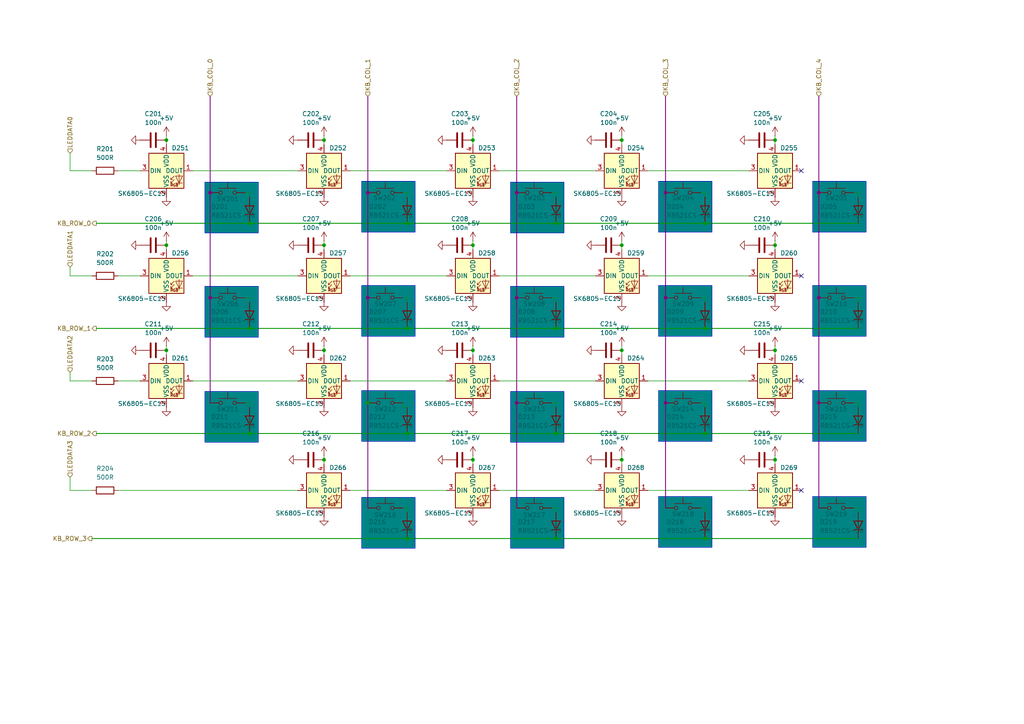
<source format=kicad_sch>
(kicad_sch (version 20250114) (generator "eeschema") (generator_version "9.0")
  (paper "A4")
  (title_block (title "Tastatur the BLE Keyboard") (date "2025-07-18") (rev "0") (company "Daniel (steewBSD)"))
  (rectangle (start 235.712 113.284) (end 251.206 128.016) (fill (type color) (color 0 132 132 1)))
  (rectangle (start 148.082 144.272) (end 163.576 159.004) (fill (type color) (color 0 132 132 1)))
  (rectangle (start 191.008 52.578) (end 206.502 67.31) (fill (type color) (color 0 132 132 1)))
  (rectangle (start 59.436 52.832) (end 74.93 67.564) (fill (type color) (color 0 132 132 1)))
  (rectangle (start 104.902 144.272) (end 120.396 159.004) (fill (type color) (color 0 132 132 1)))
  (rectangle (start 191.008 113.284) (end 206.502 128.016) (fill (type color) (color 0 132 132 1)))
  (rectangle (start 235.712 52.578) (end 251.206 67.31) (fill (type color) (color 0 132 132 1)))
  (rectangle (start 235.712 144.018) (end 251.206 158.75) (fill (type color) (color 0 132 132 1)))
  (rectangle (start 191.008 82.804) (end 206.502 97.536) (fill (type color) (color 0 132 132 1)))
  (rectangle (start 148.082 83.058) (end 163.576 97.79) (fill (type color) (color 0 132 132 1)))
  (rectangle (start 59.436 113.538) (end 74.93 128.27) (fill (type color) (color 0 132 132 1)))
  (rectangle (start 104.902 82.804) (end 120.396 97.536) (fill (type color) (color 0 132 132 1)))
  (rectangle (start 148.082 113.538) (end 163.576 128.27) (fill (type color) (color 0 132 132 1)))
  (rectangle (start 235.712 82.804) (end 251.206 97.536) (fill (type color) (color 0 132 132 1)))
  (rectangle (start 104.902 113.284) (end 120.396 128.016) (fill (type color) (color 0 132 132 1)))
  (rectangle (start 59.436 83.058) (end 74.93 97.79) (fill (type color) (color 0 132 132 1)))
  (rectangle (start 104.902 52.578) (end 120.396 67.31) (fill (type color) (color 0 132 132 1)))
  (rectangle (start 191.008 144.018) (end 206.502 158.75) (fill (type color) (color 0 132 132 1)))
  (rectangle (start 148.082 52.832) (end 163.576 67.564) (fill (type color) (color 0 132 132 1)))
  (junction (at 180.34 101.6))
  (junction (at 118.11 125.73))
  (junction (at 72.39 95.25))
  (junction (at 149.86 116.84) (color 132 0 132 1))
  (junction (at 149.86 55.88) (color 132 0 132 1))
  (junction (at 60.96 86.36) (color 132 0 132 1))
  (junction (at 72.39 125.73))
  (junction (at 137.16 101.6))
  (junction (at 118.11 156.21))
  (junction (at 237.49 86.36) (color 132 0 132 1))
  (junction (at 180.34 40.64))
  (junction (at 93.98 40.64))
  (junction (at 118.11 64.77))
  (junction (at 137.16 133.35))
  (junction (at 180.34 133.35))
  (junction (at 118.11 95.25))
  (junction (at 204.47 125.73))
  (junction (at 224.79 133.35))
  (junction (at 72.39 64.77))
  (junction (at 106.68 86.36) (color 132 0 132 1))
  (junction (at 204.47 64.77))
  (junction (at 93.98 133.35))
  (junction (at 161.29 95.25))
  (junction (at 224.79 101.6))
  (junction (at 224.79 40.64))
  (junction (at 161.29 64.77))
  (junction (at 106.68 116.84))
  (junction (at 48.26 40.64))
  (junction (at 180.34 71.12))
  (junction (at 161.29 125.73))
  (junction (at 204.47 95.25))
  (junction (at 161.29 156.21))
  (junction (at 48.26 101.6))
  (junction (at 224.79 71.12))
  (junction (at 48.26 71.12))
  (junction (at 137.16 40.64))
  (junction (at 106.68 55.88) (color 132 0 132 1))
  (junction (at 204.47 156.21))
  (junction (at 193.04 55.88) (color 132 0 132 1))
  (junction (at 193.04 116.84) (color 132 0 132 1))
  (junction (at 237.49 116.84) (color 132 0 132 1))
  (junction (at 93.98 101.6))
  (junction (at 137.16 71.12))
  (junction (at 237.49 55.88) (color 132 0 132 1))
  (junction (at 149.86 86.36) (color 132 0 132 1))
  (junction (at 93.98 71.12))
  (junction (at 193.04 86.36) (color 132 0 132 1))
  (junction (at 60.96 55.88) (color 132 0 132 1))
  (no_connect (at 232.41 142.24))
  (no_connect (at 232.41 80.01))
  (no_connect (at 232.41 110.49))
  (no_connect (at 232.41 49.53))
  (wire (pts (xy 248.92 147.32) (xy 248.92 148.59)))
  (wire (pts (xy 160.02 147.32) (xy 161.29 147.32)))
  (wire (pts (xy 160.02 86.36) (xy 161.29 86.36)))
  (wire (pts (xy 160.02 55.88) (xy 161.29 55.88)))
  (wire (pts (xy 204.47 156.21) (xy 248.92 156.21)) (stroke (width 0.254)))
  (wire (pts (xy 48.26 101.6) (xy 48.26 102.87)))
  (wire (pts (xy 149.86 116.84) (xy 149.86 147.32)) (stroke (width 0.254) (color 132 0 132 1)))
  (wire (pts (xy 137.16 39.37) (xy 137.16 40.64)))
  (wire (pts (xy 144.78 80.01) (xy 172.72 80.01)))
  (wire (pts (xy 187.96 49.53) (xy 217.17 49.53)))
  (wire (pts (xy 247.65 86.36) (xy 248.92 86.36)))
  (wire (pts (xy 93.98 132.08) (xy 93.98 133.35)))
  (wire (pts (xy 118.11 95.25) (xy 161.29 95.25)) (stroke (width 0.254)))
  (wire (pts (xy 116.84 118.11) (xy 118.11 118.11)))
  (wire (pts (xy 118.11 156.21) (xy 161.29 156.21)) (stroke (width 0.254)))
  (wire (pts (xy 20.32 49.53) (xy 26.67 49.53)))
  (wire (pts (xy 60.96 55.88) (xy 60.96 86.36)) (stroke (width 0.254) (color 132 0 132 1)))
  (wire (pts (xy 101.6 110.49) (xy 129.54 110.49)))
  (wire (pts (xy 203.2 147.32) (xy 204.47 147.32)))
  (wire (pts (xy 137.16 132.08) (xy 137.16 133.35)))
  (wire (pts (xy 137.16 71.12) (xy 137.16 72.39)))
  (wire (pts (xy 118.11 55.88) (xy 118.11 57.15)))
  (wire (pts (xy 180.34 69.85) (xy 180.34 71.12)))
  (wire (pts (xy 224.79 101.6) (xy 224.79 102.87)))
  (wire (pts (xy 48.26 71.12) (xy 48.26 72.39)))
  (wire (pts (xy 180.34 132.08) (xy 180.34 133.35)))
  (wire (pts (xy 137.16 101.6) (xy 137.16 102.87)))
  (wire (pts (xy 224.79 100.33) (xy 224.79 101.6)))
  (wire (pts (xy 93.98 133.35) (xy 93.98 134.62)))
  (wire (pts (xy 204.47 116.84) (xy 204.47 118.11)))
  (wire (pts (xy 72.39 116.84) (xy 72.39 118.11)))
  (wire (pts (xy 20.32 80.01) (xy 20.32 77.47)))
  (wire (pts (xy 247.65 147.32) (xy 248.92 147.32)))
  (wire (pts (xy 118.11 86.36) (xy 118.11 87.63)))
  (wire (pts (xy 106.68 55.88) (xy 106.68 86.36)) (stroke (width 0.254) (color 132 0 132 1)))
  (wire (pts (xy 193.04 116.84) (xy 193.04 147.32)) (stroke (width 0.254) (color 132 0 132 1)))
  (wire (pts (xy 26.67 80.01) (xy 20.32 80.01)))
  (wire (pts (xy 161.29 86.36) (xy 161.29 87.63)))
  (wire (pts (xy 55.88 80.01) (xy 86.36 80.01)))
  (wire (pts (xy 60.96 27.94) (xy 60.96 55.88)) (stroke (width 0.254) (color 132 0 132 1)))
  (wire (pts (xy 93.98 69.85) (xy 93.98 71.12)))
  (wire (pts (xy 118.11 147.32) (xy 118.11 148.59)))
  (wire (pts (xy 247.65 55.88) (xy 248.92 55.88)))
  (wire (pts (xy 116.84 116.84) (xy 116.84 118.11)))
  (wire (pts (xy 93.98 100.33) (xy 93.98 101.6)))
  (wire (pts (xy 161.29 116.84) (xy 161.29 118.11)))
  (wire (pts (xy 93.98 40.64) (xy 93.98 41.91)))
  (wire (pts (xy 247.65 116.84) (xy 248.92 116.84)))
  (wire (pts (xy 116.84 55.88) (xy 118.11 55.88)))
  (wire (pts (xy 180.34 71.12) (xy 180.34 72.39)))
  (wire (pts (xy 48.26 40.64) (xy 48.26 41.91)))
  (wire (pts (xy 161.29 156.21) (xy 204.47 156.21)) (stroke (width 0.254)))
  (wire (pts (xy 161.29 147.32) (xy 161.29 148.59)))
  (wire (pts (xy 60.96 86.36) (xy 60.96 116.84)) (stroke (width 0.254) (color 132 0 132 1)))
  (wire (pts (xy 72.39 64.77) (xy 118.11 64.77)) (stroke (width 0.254)))
  (wire (pts (xy 203.2 116.84) (xy 204.47 116.84)))
  (wire (pts (xy 48.26 100.33) (xy 48.26 101.6)))
  (wire (pts (xy 72.39 86.36) (xy 72.39 87.63)))
  (wire (pts (xy 237.49 86.36) (xy 237.49 116.84)) (stroke (width 0.254) (color 132 0 132 1)))
  (wire (pts (xy 180.34 133.35) (xy 180.34 134.62)))
  (wire (pts (xy 224.79 69.85) (xy 224.79 71.12)))
  (wire (pts (xy 93.98 101.6) (xy 93.98 102.87)))
  (wire (pts (xy 224.79 40.64) (xy 224.79 41.91)))
  (wire (pts (xy 93.98 71.12) (xy 93.98 72.39)))
  (wire (pts (xy 116.84 147.32) (xy 118.11 147.32)))
  (wire (pts (xy 204.47 95.25) (xy 248.92 95.25)) (stroke (width 0.254)))
  (wire (pts (xy 55.88 110.49) (xy 86.36 110.49)))
  (wire (pts (xy 137.16 40.64) (xy 137.16 41.91)))
  (wire (pts (xy 20.32 44.45) (xy 20.32 49.53)))
  (wire (pts (xy 27.94 125.73) (xy 72.39 125.73)) (stroke (width 0.254)))
  (wire (pts (xy 72.39 55.88) (xy 72.39 57.15)))
  (wire (pts (xy 106.68 86.36) (xy 106.68 116.84)) (stroke (width 0.254) (color 132 0 132 1)))
  (wire (pts (xy 93.98 39.37) (xy 93.98 40.64)))
  (wire (pts (xy 137.16 133.35) (xy 137.16 134.62)))
  (wire (pts (xy 27.94 95.25) (xy 72.39 95.25)) (stroke (width 0.254)))
  (wire (pts (xy 20.32 138.43) (xy 20.32 142.24)))
  (wire (pts (xy 187.96 142.24) (xy 217.17 142.24)))
  (wire (pts (xy 137.16 100.33) (xy 137.16 101.6)))
  (wire (pts (xy 34.29 110.49) (xy 40.64 110.49)))
  (wire (pts (xy 144.78 142.24) (xy 172.72 142.24)))
  (wire (pts (xy 116.84 86.36) (xy 118.11 86.36)))
  (wire (pts (xy 26.67 156.21) (xy 118.11 156.21)) (stroke (width 0.254)))
  (wire (pts (xy 161.29 125.73) (xy 204.47 125.73)) (stroke (width 0.254)))
  (wire (pts (xy 161.29 55.88) (xy 161.29 57.15)))
  (wire (pts (xy 34.29 49.53) (xy 40.64 49.53)))
  (wire (pts (xy 224.79 71.12) (xy 224.79 72.39)))
  (wire (pts (xy 55.88 49.53) (xy 86.36 49.53)))
  (wire (pts (xy 34.29 80.01) (xy 40.64 80.01)))
  (wire (pts (xy 204.47 55.88) (xy 204.47 57.15)))
  (wire (pts (xy 48.26 69.85) (xy 48.26 71.12)))
  (wire (pts (xy 180.34 100.33) (xy 180.34 101.6)))
  (wire (pts (xy 101.6 80.01) (xy 129.54 80.01)))
  (wire (pts (xy 160.02 116.84) (xy 161.29 116.84)))
  (wire (pts (xy 72.39 95.25) (xy 118.11 95.25)) (stroke (width 0.254)))
  (wire (pts (xy 224.79 133.35) (xy 224.79 134.62)))
  (wire (pts (xy 26.67 110.49) (xy 20.32 110.49)))
  (wire (pts (xy 204.47 64.77) (xy 248.92 64.77)) (stroke (width 0.254)))
  (wire (pts (xy 237.49 55.88) (xy 237.49 86.36)) (stroke (width 0.254) (color 132 0 132 1)))
  (wire (pts (xy 203.2 55.88) (xy 204.47 55.88)))
  (wire (pts (xy 237.49 27.94) (xy 237.49 55.88)) (stroke (width 0.254) (color 132 0 132 1)))
  (wire (pts (xy 137.16 69.85) (xy 137.16 71.12)))
  (wire (pts (xy 224.79 39.37) (xy 224.79 40.64)))
  (wire (pts (xy 187.96 110.49) (xy 217.17 110.49)))
  (wire (pts (xy 72.39 125.73) (xy 118.11 125.73)) (stroke (width 0.254)))
  (wire (pts (xy 149.86 55.88) (xy 149.86 86.36)) (stroke (width 0.254) (color 132 0 132 1)))
  (wire (pts (xy 248.92 116.84) (xy 248.92 118.11)))
  (wire (pts (xy 118.11 125.73) (xy 161.29 125.73)) (stroke (width 0.254)))
  (wire (pts (xy 180.34 40.64) (xy 180.34 41.91)))
  (wire (pts (xy 193.04 55.88) (xy 193.04 86.36)) (stroke (width 0.254) (color 132 0 132 1)))
  (wire (pts (xy 149.86 86.36) (xy 149.86 116.84)) (stroke (width 0.254) (color 132 0 132 1)))
  (wire (pts (xy 224.79 132.08) (xy 224.79 133.35)))
  (wire (pts (xy 180.34 101.6) (xy 180.34 102.87)))
  (wire (pts (xy 237.49 116.84) (xy 237.49 147.32)) (stroke (width 0.254) (color 132 0 132 1)))
  (wire (pts (xy 161.29 95.25) (xy 204.47 95.25)) (stroke (width 0.254)))
  (wire (pts (xy 204.47 147.32) (xy 204.47 148.59)))
  (wire (pts (xy 187.96 80.01) (xy 217.17 80.01)))
  (wire (pts (xy 161.29 64.77) (xy 204.47 64.77)) (stroke (width 0.254)))
  (wire (pts (xy 71.12 55.88) (xy 72.39 55.88)))
  (wire (pts (xy 193.04 27.94) (xy 193.04 55.88)) (stroke (width 0.254) (color 132 0 132 1)))
  (wire (pts (xy 248.92 86.36) (xy 248.92 87.63)))
  (wire (pts (xy 20.32 110.49) (xy 20.32 107.95)))
  (wire (pts (xy 48.26 39.37) (xy 48.26 40.64)))
  (wire (pts (xy 71.12 86.36) (xy 72.39 86.36)))
  (wire (pts (xy 106.68 27.94) (xy 106.68 55.88)) (stroke (width 0.254) (color 132 0 132 1)))
  (wire (pts (xy 106.68 116.84) (xy 106.68 147.32)) (stroke (width 0.254) (color 132 0 132 1)))
  (wire (pts (xy 101.6 142.24) (xy 129.54 142.24)))
  (wire (pts (xy 27.94 64.77) (xy 72.39 64.77)) (stroke (width 0.254)))
  (wire (pts (xy 118.11 64.77) (xy 161.29 64.77)) (stroke (width 0.254)))
  (wire (pts (xy 203.2 86.36) (xy 204.47 86.36)))
  (wire (pts (xy 193.04 86.36) (xy 193.04 116.84)) (stroke (width 0.254) (color 132 0 132 1)))
  (wire (pts (xy 180.34 39.37) (xy 180.34 40.64)))
  (wire (pts (xy 144.78 49.53) (xy 172.72 49.53)))
  (wire (pts (xy 204.47 86.36) (xy 204.47 87.63)))
  (wire (pts (xy 144.78 110.49) (xy 172.72 110.49)))
  (wire (pts (xy 149.86 27.94) (xy 149.86 55.88)) (stroke (width 0.254) (color 132 0 132 1)))
  (wire (pts (xy 101.6 49.53) (xy 129.54 49.53)))
  (wire (pts (xy 34.29 142.24) (xy 86.36 142.24)))
  (wire (pts (xy 20.32 142.24) (xy 26.67 142.24)))
  (wire (pts (xy 204.47 125.73) (xy 248.92 125.73)) (stroke (width 0.254)))
  (wire (pts (xy 71.12 116.84) (xy 72.39 116.84)))
  (wire (pts (xy 248.92 55.88) (xy 248.92 57.15)))
  (hierarchical_label "KB_COL_0" (shape input) (at 60.96 27.94 90))
  (hierarchical_label "KB_COL_1" (shape input) (at 106.68 27.94 90))
  (hierarchical_label "KB_COL_3" (shape input) (at 193.04 27.94 90))
  (hierarchical_label "KB_COL_2" (shape input) (at 149.86 27.94 90))
  (hierarchical_label "LEDDATA1" (shape input) (at 20.32 77.47 90))
  (hierarchical_label "KB_ROW_2" (shape output) (at 27.94 125.73 180))
  (hierarchical_label "KB_ROW_1" (shape output) (at 27.94 95.25 180))
  (hierarchical_label "LEDDATA2" (shape input) (at 20.32 107.95 90))
  (hierarchical_label "KB_ROW_3" (shape output) (at 26.67 156.21 180))
  (hierarchical_label "LEDDATA3" (shape input) (at 20.32 138.43 90))
  (hierarchical_label "KB_ROW_0" (shape output) (at 27.94 64.77 180))
  (hierarchical_label "LEDDATA0" (shape input) (at 20.32 44.45 90))
  (hierarchical_label "KB_COL_4" (shape input) (at 237.49 27.94 90))
  (symbol (lib_id "Diode:CD4148W") (at 248.92 91.44 90) (unit 1)
    (property "Reference" "D210" (at 237.744 90.424 90) (effects (justify right)))
    (property "Value" "RB521CS-30" (at 237.744 92.964 90) (effects (justify right)))
    (property "Footprint" "Diode_SMD:D_SOD-923" (effects (hide yes)))
    (property "Sim.Device" "D" (effects (hide yes)))
    (property "Sim.Pins" "1=K 2=A" (effects (hide yes)))
  )
  (symbol (lib_id "Diode:CD4148W") (at 118.11 60.96 90) (unit 1)
    (property "Reference" "D202" (at 106.934 59.944 90) (effects (justify right)))
    (property "Value" "RB521CS-30" (at 106.934 62.484 90) (effects (justify right)))
    (property "Footprint" "Diode_SMD:D_SOD-923" (effects (hide yes)))
    (property "Sim.Device" "D" (effects (hide yes)))
    (property "Sim.Pins" "1=K 2=A" (effects (hide yes)))
  )
  (symbol (lib_id "power:GND") (at 217.17 71.12 270) (unit 1)
    (property "Reference" "#PWR0225" (effects (hide yes)))
    (property "Value" "GND" (effects (hide yes)))
    (property "Description" "Power symbol creates a global label with name \"GND\" , ground" (effects (hide yes)))
  )
  (symbol (lib_id "Switch:SW_Push") (at 242.57 55.88 0) (unit 1)
    (property "Reference" "SW205" (at 242.57 57.404 0))
    (property "Value" "SW_Push" (effects (hide yes)))
    (property "Footprint" "PCM_Switch_Keyboard_Cherry_MX:SW_Cherry_MX_PCB_1.00u" (effects (hide yes)))
    (property "Description" "Push button switch, generic, two pins" (effects (hide yes)))
  )
  (symbol (lib_id "Diode:CD4148W") (at 161.29 60.96 90) (unit 1)
    (property "Reference" "D203" (at 150.114 59.944 90) (effects (justify right)))
    (property "Value" "RB521CS-30" (at 150.114 62.484 90) (effects (justify right)))
    (property "Footprint" "Diode_SMD:D_SOD-923" (effects (hide yes)))
    (property "Sim.Device" "D" (effects (hide yes)))
    (property "Sim.Pins" "1=K 2=A" (effects (hide yes)))
  )
  (symbol (lib_id "Device:R") (at 30.48 49.53 90) (unit 1)
    (property "Reference" "R201" (at 30.48 43.18 90))
    (property "Value" "500R" (at 30.48 45.72 90))
    (property "Footprint" "Resistor_SMD:R_0603_1608Metric_Pad0.98x0.95mm_HandSolder" (effects (hide yes)))
    (property "Description" "Resistor" (effects (hide yes)))
  )
  (symbol (lib_id "power:+5V") (at 224.79 39.37 0) (unit 1)
    (property "Reference" "#PWR0205" (effects (hide yes)))
    (property "Value" "+5V" (at 224.79 34.29 0))
    (property "Description" "Power symbol creates a global label with name \"+5V\"" (effects (hide yes)))
  )
  (symbol (lib_id "Device:R") (at 30.48 110.49 90) (unit 1)
    (property "Reference" "R203" (at 30.48 104.14 90))
    (property "Value" "500R" (at 30.48 106.68 90))
    (property "Footprint" "Resistor_SMD:R_0603_1608Metric_Pad0.98x0.95mm_HandSolder" (effects (hide yes)))
    (property "Description" "Resistor" (effects (hide yes)))
  )
  (symbol (lib_id "LED:SK6805") (at 93.98 110.49 0) (unit 1)
    (property "Reference" "D262" (at 98.044 103.886 0))
    (property "Value" "SK6805-EC15" (at 86.868 117.094 0))
    (property "Footprint" "LED_SMD:LED_SK6812_EC15_1.5x1.5mm" (effects (hide yes)))
    (property "Datasheet" "https://cdn-shop.adafruit.com/datasheets/WS2812B.pdf" (effects (hide yes)))
    (property "Description" "RGB LED with integrated controller" (effects (hide yes)))
    (property "PN" "SK6805-EC15" (effects (hide yes)))
    (property "LCSC" "C2890035" (effects (hide yes)))
  )
  (symbol (lib_id "power:GND") (at 86.36 133.35 270) (unit 1)
    (property "Reference" "#PWR0250" (effects (hide yes)))
    (property "Value" "GND" (effects (hide yes)))
    (property "Description" "Power symbol creates a global label with name \"GND\" , ground" (effects (hide yes)))
  )
  (symbol (lib_id "power:GND") (at 40.64 101.6 270) (unit 1)
    (property "Reference" "#PWR0236" (effects (hide yes)))
    (property "Value" "GND" (effects (hide yes)))
    (property "Description" "Power symbol creates a global label with name \"GND\" , ground" (effects (hide yes)))
  )
  (symbol (lib_id "power:GND") (at 137.16 87.63 0) (unit 1)
    (property "Reference" "#PWR0228" (effects (hide yes)))
    (property "Value" "GND" (effects (hide yes)))
    (property "Description" "Power symbol creates a global label with name \"GND\" , ground" (effects (hide yes)))
  )
  (symbol (lib_id "LED:SK6805") (at 137.16 49.53 0) (unit 1)
    (property "Reference" "D253" (at 141.224 42.926 0))
    (property "Value" "SK6805-EC15" (at 130.048 56.134 0))
    (property "Footprint" "LED_SMD:LED_SK6812_EC15_1.5x1.5mm" (effects (hide yes)))
    (property "Datasheet" "https://cdn-shop.adafruit.com/datasheets/WS2812B.pdf" (effects (hide yes)))
    (property "Description" "RGB LED with integrated controller" (effects (hide yes)))
    (property "PN" "SK6805-EC15" (effects (hide yes)))
    (property "LCSC" "C2890035" (effects (hide yes)))
  )
  (symbol (lib_id "power:+5V") (at 137.16 69.85 0) (unit 1)
    (property "Reference" "#PWR0218" (effects (hide yes)))
    (property "Value" "+5V" (at 137.16 64.77 0))
    (property "Description" "Power symbol creates a global label with name \"+5V\"" (effects (hide yes)))
  )
  (symbol (lib_id "Device:C") (at 133.35 71.12 90) (unit 1)
    (property "Reference" "C208" (at 133.35 63.5 90))
    (property "Value" "100n" (at 133.35 66.04 90))
    (property "Footprint" "Capacitor_SMD:C_0603_1608Metric_Pad1.08x0.95mm_HandSolder" (effects (hide yes)))
    (property "Description" "Unpolarized capacitor" (effects (hide yes)))
  )
  (symbol (lib_id "power:GND") (at 224.79 149.86 0) (unit 1)
    (property "Reference" "#PWR0257" (effects (hide yes)))
    (property "Value" "GND" (effects (hide yes)))
    (property "Description" "Power symbol creates a global label with name \"GND\" , ground" (effects (hide yes)))
  )
  (symbol (lib_id "power:GND") (at 180.34 87.63 0) (unit 1)
    (property "Reference" "#PWR0229" (effects (hide yes)))
    (property "Value" "GND" (effects (hide yes)))
    (property "Description" "Power symbol creates a global label with name \"GND\" , ground" (effects (hide yes)))
  )
  (symbol (lib_id "LED:SK6805") (at 137.16 142.24 0) (unit 1)
    (property "Reference" "D267" (at 141.224 135.636 0))
    (property "Value" "SK6805-EC15" (at 130.048 148.844 0))
    (property "Footprint" "LED_SMD:LED_SK6812_EC15_1.5x1.5mm" (effects (hide yes)))
    (property "Datasheet" "https://cdn-shop.adafruit.com/datasheets/WS2812B.pdf" (effects (hide yes)))
    (property "Description" "RGB LED with integrated controller" (effects (hide yes)))
    (property "PN" "SK6805-EC15" (effects (hide yes)))
    (property "LCSC" "C2890035" (effects (hide yes)))
  )
  (symbol (lib_id "LED:SK6805") (at 137.16 110.49 0) (unit 1)
    (property "Reference" "D263" (at 141.224 103.886 0))
    (property "Value" "SK6805-EC15" (at 130.048 117.094 0))
    (property "Footprint" "LED_SMD:LED_SK6812_EC15_1.5x1.5mm" (effects (hide yes)))
    (property "Datasheet" "https://cdn-shop.adafruit.com/datasheets/WS2812B.pdf" (effects (hide yes)))
    (property "Description" "RGB LED with integrated controller" (effects (hide yes)))
    (property "PN" "SK6805-EC15" (effects (hide yes)))
    (property "LCSC" "C2890035" (effects (hide yes)))
  )
  (symbol (lib_id "power:GND") (at 137.16 118.11 0) (unit 1)
    (property "Reference" "#PWR0243" (effects (hide yes)))
    (property "Value" "GND" (effects (hide yes)))
    (property "Description" "Power symbol creates a global label with name \"GND\" , ground" (effects (hide yes)))
  )
  (symbol (lib_id "Switch:SW_Push") (at 111.76 55.88 0) (unit 1)
    (property "Reference" "SW202" (at 111.506 57.404 0))
    (property "Value" "SW_Push" (effects (hide yes)))
    (property "Footprint" "PCM_Switch_Keyboard_Cherry_MX:SW_Cherry_MX_PCB_1.00u" (effects (hide yes)))
    (property "Description" "Push button switch, generic, two pins" (effects (hide yes)))
  )
  (symbol (lib_id "LED:SK6805") (at 48.26 110.49 0) (unit 1)
    (property "Reference" "D261" (at 52.324 103.886 0))
    (property "Value" "SK6805-EC15" (at 41.148 117.094 0))
    (property "Footprint" "LED_SMD:LED_SK6812_EC15_1.5x1.5mm" (effects (hide yes)))
    (property "Datasheet" "https://cdn-shop.adafruit.com/datasheets/WS2812B.pdf" (effects (hide yes)))
    (property "Description" "RGB LED with integrated controller" (effects (hide yes)))
    (property "PN" "SK6805-EC15" (effects (hide yes)))
    (property "LCSC" "C2890035" (effects (hide yes)))
  )
  (symbol (lib_id "Diode:CD4148W") (at 204.47 152.4 90) (unit 1)
    (property "Reference" "D218" (at 193.294 151.384 90) (effects (justify right)))
    (property "Value" "RB521CS-30" (at 193.294 153.924 90) (effects (justify right)))
    (property "Footprint" "Diode_SMD:D_SOD-923" (effects (hide yes)))
    (property "Sim.Device" "D" (effects (hide yes)))
    (property "Sim.Pins" "1=K 2=A" (effects (hide yes)))
  )
  (symbol (lib_id "Switch:SW_Push") (at 154.94 147.32 0) (unit 1)
    (property "Reference" "SW217" (at 154.94 149.352 0))
    (property "Value" "SW_Push" (effects (hide yes)))
    (property "Footprint" "PCM_Switch_Keyboard_Cherry_MX:SW_Cherry_MX_PCB_1.00u" (effects (hide yes)))
    (property "Description" "Push button switch, generic, two pins" (effects (hide yes)))
  )
  (symbol (lib_id "LED:SK6805") (at 180.34 49.53 0) (unit 1)
    (property "Reference" "D254" (at 184.404 42.926 0))
    (property "Value" "SK6805-EC15" (at 173.228 56.134 0))
    (property "Footprint" "LED_SMD:LED_SK6812_EC15_1.5x1.5mm" (effects (hide yes)))
    (property "Datasheet" "https://cdn-shop.adafruit.com/datasheets/WS2812B.pdf" (effects (hide yes)))
    (property "Description" "RGB LED with integrated controller" (effects (hide yes)))
    (property "PN" "SK6805-EC15" (effects (hide yes)))
    (property "LCSC" "C2890035" (effects (hide yes)))
  )
  (symbol (lib_id "Device:R") (at 30.48 80.01 90) (unit 1)
    (property "Reference" "R202" (at 30.48 73.66 90))
    (property "Value" "500R" (at 30.48 76.2 90))
    (property "Footprint" "Resistor_SMD:R_0603_1608Metric_Pad0.98x0.95mm_HandSolder" (effects (hide yes)))
    (property "Description" "Resistor" (effects (hide yes)))
  )
  (symbol (lib_id "Switch:SW_Push") (at 242.57 86.36 0) (unit 1)
    (property "Reference" "SW210" (at 242.57 88.138 0))
    (property "Value" "SW_Push" (effects (hide yes)))
    (property "Footprint" "PCM_Switch_Keyboard_Cherry_MX:SW_Cherry_MX_PCB_1.00u" (effects (hide yes)))
    (property "Description" "Push button switch, generic, two pins" (effects (hide yes)))
  )
  (symbol (lib_id "Switch:SW_Push") (at 198.12 147.32 0) (unit 1)
    (property "Reference" "SW218" (at 198.12 149.098 0))
    (property "Value" "SW_Push" (effects (hide yes)))
    (property "Footprint" "PCM_Switch_Keyboard_Cherry_MX:SW_Cherry_MX_PCB_1.00u" (effects (hide yes)))
    (property "Description" "Push button switch, generic, two pins" (effects (hide yes)))
  )
  (symbol (lib_id "power:GND") (at 48.26 87.63 0) (unit 1)
    (property "Reference" "#PWR0226" (effects (hide yes)))
    (property "Value" "GND" (effects (hide yes)))
    (property "Description" "Power symbol creates a global label with name \"GND\" , ground" (effects (hide yes)))
  )
  (symbol (lib_id "power:GND") (at 48.26 118.11 0) (unit 1)
    (property "Reference" "#PWR0241" (effects (hide yes)))
    (property "Value" "GND" (effects (hide yes)))
    (property "Description" "Power symbol creates a global label with name \"GND\" , ground" (effects (hide yes)))
  )
  (symbol (lib_id "power:+5V") (at 137.16 100.33 0) (unit 1)
    (property "Reference" "#PWR0233" (effects (hide yes)))
    (property "Value" "+5V" (at 137.16 95.25 0))
    (property "Description" "Power symbol creates a global label with name \"+5V\"" (effects (hide yes)))
  )
  (symbol (lib_id "power:GND") (at 40.64 71.12 270) (unit 1)
    (property "Reference" "#PWR0221" (effects (hide yes)))
    (property "Value" "GND" (effects (hide yes)))
    (property "Description" "Power symbol creates a global label with name \"GND\" , ground" (effects (hide yes)))
  )
  (symbol (lib_id "power:GND") (at 217.17 40.64 270) (unit 1)
    (property "Reference" "#PWR0210" (effects (hide yes)))
    (property "Value" "GND" (effects (hide yes)))
    (property "Description" "Power symbol creates a global label with name \"GND\" , ground" (effects (hide yes)))
  )
  (symbol (lib_id "power:GND") (at 217.17 101.6 270) (unit 1)
    (property "Reference" "#PWR0240" (effects (hide yes)))
    (property "Value" "GND" (effects (hide yes)))
    (property "Description" "Power symbol creates a global label with name \"GND\" , ground" (effects (hide yes)))
  )
  (symbol (lib_id "power:GND") (at 180.34 149.86 0) (unit 1)
    (property "Reference" "#PWR0256" (effects (hide yes)))
    (property "Value" "GND" (effects (hide yes)))
    (property "Description" "Power symbol creates a global label with name \"GND\" , ground" (effects (hide yes)))
  )
  (symbol (lib_id "Switch:SW_Push") (at 154.94 116.84 0) (unit 1)
    (property "Reference" "SW213" (at 154.94 118.618 0))
    (property "Value" "SW_Push" (effects (hide yes)))
    (property "Footprint" "PCM_Switch_Keyboard_Cherry_MX:SW_Cherry_MX_PCB_1.00u" (effects (hide yes)))
    (property "Description" "Push button switch, generic, two pins" (effects (hide yes)))
  )
  (symbol (lib_id "LED:SK6805") (at 93.98 49.53 0) (unit 1)
    (property "Reference" "D252" (at 98.044 42.926 0))
    (property "Value" "SK6805-EC15" (at 86.868 56.134 0))
    (property "Footprint" "LED_SMD:LED_SK6812_EC15_1.5x1.5mm" (effects (hide yes)))
    (property "Datasheet" "https://cdn-shop.adafruit.com/datasheets/WS2812B.pdf" (effects (hide yes)))
    (property "Description" "RGB LED with integrated controller" (effects (hide yes)))
    (property "PN" "SK6805-EC15" (effects (hide yes)))
    (property "LCSC" "C2890035" (effects (hide yes)))
  )
  (symbol (lib_id "Device:C") (at 44.45 40.64 90) (unit 1)
    (property "Reference" "C201" (at 44.45 33.02 90))
    (property "Value" "100n" (at 44.45 35.56 90))
    (property "Footprint" "Capacitor_SMD:C_0603_1608Metric_Pad1.08x0.95mm_HandSolder" (effects (hide yes)))
    (property "Description" "Unpolarized capacitor" (effects (hide yes)))
  )
  (symbol (lib_id "Device:C") (at 176.53 101.6 90) (unit 1)
    (property "Reference" "C214" (at 176.53 93.98 90))
    (property "Value" "100n" (at 176.53 96.52 90))
    (property "Footprint" "Capacitor_SMD:C_0603_1608Metric_Pad1.08x0.95mm_HandSolder" (effects (hide yes)))
    (property "Description" "Unpolarized capacitor" (effects (hide yes)))
  )
  (symbol (lib_id "power:GND") (at 48.26 57.15 0) (unit 1)
    (property "Reference" "#PWR0211" (effects (hide yes)))
    (property "Value" "GND" (effects (hide yes)))
    (property "Description" "Power symbol creates a global label with name \"GND\" , ground" (effects (hide yes)))
  )
  (symbol (lib_id "LED:SK6805") (at 93.98 80.01 0) (unit 1)
    (property "Reference" "D257" (at 98.044 73.406 0))
    (property "Value" "SK6805-EC15" (at 86.868 86.614 0))
    (property "Footprint" "LED_SMD:LED_SK6812_EC15_1.5x1.5mm" (effects (hide yes)))
    (property "Datasheet" "https://cdn-shop.adafruit.com/datasheets/WS2812B.pdf" (effects (hide yes)))
    (property "Description" "RGB LED with integrated controller" (effects (hide yes)))
    (property "PN" "SK6805-EC15" (effects (hide yes)))
    (property "LCSC" "C2890035" (effects (hide yes)))
  )
  (symbol (lib_id "power:GND") (at 93.98 118.11 0) (unit 1)
    (property "Reference" "#PWR0242" (effects (hide yes)))
    (property "Value" "GND" (effects (hide yes)))
    (property "Description" "Power symbol creates a global label with name \"GND\" , ground" (effects (hide yes)))
  )
  (symbol (lib_id "LED:SK6805") (at 224.79 110.49 0) (unit 1)
    (property "Reference" "D265" (at 228.854 103.886 0))
    (property "Value" "SK6805-EC15" (at 217.678 117.094 0))
    (property "Footprint" "LED_SMD:LED_SK6812_EC15_1.5x1.5mm" (effects (hide yes)))
    (property "Datasheet" "https://cdn-shop.adafruit.com/datasheets/WS2812B.pdf" (effects (hide yes)))
    (property "Description" "RGB LED with integrated controller" (effects (hide yes)))
    (property "PN" "SK6805-EC15" (effects (hide yes)))
    (property "LCSC" "C2890035" (effects (hide yes)))
  )
  (symbol (lib_id "power:GND") (at 180.34 57.15 0) (unit 1)
    (property "Reference" "#PWR0214" (effects (hide yes)))
    (property "Value" "GND" (effects (hide yes)))
    (property "Description" "Power symbol creates a global label with name \"GND\" , ground" (effects (hide yes)))
  )
  (symbol (lib_id "Diode:CD4148W") (at 248.92 121.92 90) (unit 1)
    (property "Reference" "D215" (at 237.744 120.904 90) (effects (justify right)))
    (property "Value" "RB521CS-30" (at 237.744 123.444 90) (effects (justify right)))
    (property "Footprint" "Diode_SMD:D_SOD-923" (effects (hide yes)))
    (property "Sim.Device" "D" (effects (hide yes)))
    (property "Sim.Pins" "1=K 2=A" (effects (hide yes)))
  )
  (symbol (lib_id "Diode:CD4148W") (at 204.47 121.92 90) (unit 1)
    (property "Reference" "D214" (at 193.294 120.904 90) (effects (justify right)))
    (property "Value" "RB521CS-30" (at 193.294 123.444 90) (effects (justify right)))
    (property "Footprint" "Diode_SMD:D_SOD-923" (effects (hide yes)))
    (property "Sim.Device" "D" (effects (hide yes)))
    (property "Sim.Pins" "1=K 2=A" (effects (hide yes)))
  )
  (symbol (lib_id "power:GND") (at 40.64 40.64 270) (unit 1)
    (property "Reference" "#PWR0206" (effects (hide yes)))
    (property "Value" "GND" (effects (hide yes)))
    (property "Description" "Power symbol creates a global label with name \"GND\" , ground" (effects (hide yes)))
  )
  (symbol (lib_id "LED:SK6805") (at 224.79 80.01 0) (unit 1)
    (property "Reference" "D260" (at 228.854 73.406 0))
    (property "Value" "SK6805-EC15" (at 217.678 86.614 0))
    (property "Footprint" "LED_SMD:LED_SK6812_EC15_1.5x1.5mm" (effects (hide yes)))
    (property "Datasheet" "https://cdn-shop.adafruit.com/datasheets/WS2812B.pdf" (effects (hide yes)))
    (property "Description" "RGB LED with integrated controller" (effects (hide yes)))
    (property "PN" "SK6805-EC15" (effects (hide yes)))
    (property "LCSC" "C2890035" (effects (hide yes)))
  )
  (symbol (lib_id "Diode:CD4148W") (at 161.29 91.44 90) (unit 1)
    (property "Reference" "D208" (at 150.114 90.424 90) (effects (justify right)))
    (property "Value" "RB521CS-30" (at 150.114 92.964 90) (effects (justify right)))
    (property "Footprint" "Diode_SMD:D_SOD-923" (effects (hide yes)))
    (property "Sim.Device" "D" (effects (hide yes)))
    (property "Sim.Pins" "1=K 2=A" (effects (hide yes)))
  )
  (symbol (lib_id "power:+5V") (at 224.79 69.85 0) (unit 1)
    (property "Reference" "#PWR0220" (effects (hide yes)))
    (property "Value" "+5V" (at 224.79 64.77 0))
    (property "Description" "Power symbol creates a global label with name \"+5V\"" (effects (hide yes)))
  )
  (symbol (lib_id "power:+5V") (at 180.34 132.08 0) (unit 1)
    (property "Reference" "#PWR0248" (effects (hide yes)))
    (property "Value" "+5V" (at 180.34 127 0))
    (property "Description" "Power symbol creates a global label with name \"+5V\"" (effects (hide yes)))
  )
  (symbol (lib_id "Switch:SW_Push") (at 198.12 55.88 0) (unit 1)
    (property "Reference" "SW204" (at 198.12 57.404 0))
    (property "Value" "SW_Push" (effects (hide yes)))
    (property "Footprint" "PCM_Switch_Keyboard_Cherry_MX:SW_Cherry_MX_PCB_1.00u" (effects (hide yes)))
    (property "Description" "Push button switch, generic, two pins" (effects (hide yes)))
  )
  (symbol (lib_id "Switch:SW_Push") (at 66.04 116.84 0) (unit 1)
    (property "Reference" "SW211" (at 66.04 118.618 0))
    (property "Value" "SW_Push" (effects (hide yes)))
    (property "Footprint" "PCM_Switch_Keyboard_Cherry_MX:SW_Cherry_MX_PCB_1.00u" (effects (hide yes)))
    (property "Description" "Push button switch, generic, two pins" (effects (hide yes)))
  )
  (symbol (lib_id "power:+5V") (at 48.26 69.85 0) (unit 1)
    (property "Reference" "#PWR0216" (effects (hide yes)))
    (property "Value" "+5V" (at 48.26 64.77 0))
    (property "Description" "Power symbol creates a global label with name \"+5V\"" (effects (hide yes)))
  )
  (symbol (lib_id "Diode:CD4148W") (at 118.11 91.44 90) (unit 1)
    (property "Reference" "D207" (at 106.934 90.424 90) (effects (justify right)))
    (property "Value" "RB521CS-30" (at 106.934 92.964 90) (effects (justify right)))
    (property "Footprint" "Diode_SMD:D_SOD-923" (effects (hide yes)))
    (property "Sim.Device" "D" (effects (hide yes)))
    (property "Sim.Pins" "1=K 2=A" (effects (hide yes)))
  )
  (symbol (lib_id "power:GND") (at 180.34 118.11 0) (unit 1)
    (property "Reference" "#PWR0244" (effects (hide yes)))
    (property "Value" "GND" (effects (hide yes)))
    (property "Description" "Power symbol creates a global label with name \"GND\" , ground" (effects (hide yes)))
  )
  (symbol (lib_id "power:+5V") (at 137.16 39.37 0) (unit 1)
    (property "Reference" "#PWR0203" (effects (hide yes)))
    (property "Value" "+5V" (at 137.16 34.29 0))
    (property "Description" "Power symbol creates a global label with name \"+5V\"" (effects (hide yes)))
  )
  (symbol (lib_id "Device:C") (at 90.17 71.12 90) (unit 1)
    (property "Reference" "C207" (at 90.17 63.5 90))
    (property "Value" "100n" (at 90.17 66.04 90))
    (property "Footprint" "Capacitor_SMD:C_0603_1608Metric_Pad1.08x0.95mm_HandSolder" (effects (hide yes)))
    (property "Description" "Unpolarized capacitor" (effects (hide yes)))
  )
  (symbol (lib_id "Switch:SW_Push") (at 154.94 86.36 0) (unit 1)
    (property "Reference" "SW208" (at 154.94 88.138 0))
    (property "Value" "SW_Push" (effects (hide yes)))
    (property "Footprint" "PCM_Switch_Keyboard_Cherry_MX:SW_Cherry_MX_PCB_1.00u" (effects (hide yes)))
    (property "Description" "Push button switch, generic, two pins" (effects (hide yes)))
  )
  (symbol (lib_id "LED:SK6805") (at 48.26 80.01 0) (unit 1)
    (property "Reference" "D256" (at 52.324 73.406 0))
    (property "Value" "SK6805-EC15" (at 41.148 86.614 0))
    (property "Footprint" "LED_SMD:LED_SK6812_EC15_1.5x1.5mm" (effects (hide yes)))
    (property "Datasheet" "https://cdn-shop.adafruit.com/datasheets/WS2812B.pdf" (effects (hide yes)))
    (property "Description" "RGB LED with integrated controller" (effects (hide yes)))
    (property "PN" "SK6805-EC15" (effects (hide yes)))
    (property "LCSC" "C2890035" (effects (hide yes)))
  )
  (symbol (lib_id "LED:SK6805") (at 180.34 80.01 0) (unit 1)
    (property "Reference" "D259" (at 184.404 73.406 0))
    (property "Value" "SK6805-EC15" (at 173.228 86.614 0))
    (property "Footprint" "LED_SMD:LED_SK6812_EC15_1.5x1.5mm" (effects (hide yes)))
    (property "Datasheet" "https://cdn-shop.adafruit.com/datasheets/WS2812B.pdf" (effects (hide yes)))
    (property "Description" "RGB LED with integrated controller" (effects (hide yes)))
    (property "PN" "SK6805-EC15" (effects (hide yes)))
    (property "LCSC" "C2890035" (effects (hide yes)))
  )
  (symbol (lib_id "LED:SK6805") (at 137.16 80.01 0) (unit 1)
    (property "Reference" "D258" (at 141.224 73.406 0))
    (property "Value" "SK6805-EC15" (at 130.048 86.614 0))
    (property "Footprint" "LED_SMD:LED_SK6812_EC15_1.5x1.5mm" (effects (hide yes)))
    (property "Datasheet" "https://cdn-shop.adafruit.com/datasheets/WS2812B.pdf" (effects (hide yes)))
    (property "Description" "RGB LED with integrated controller" (effects (hide yes)))
    (property "PN" "SK6805-EC15" (effects (hide yes)))
    (property "LCSC" "C2890035" (effects (hide yes)))
  )
  (symbol (lib_id "LED:SK6805") (at 224.79 142.24 0) (unit 1)
    (property "Reference" "D269" (at 228.854 135.636 0))
    (property "Value" "SK6805-EC15" (at 217.678 148.844 0))
    (property "Footprint" "LED_SMD:LED_SK6812_EC15_1.5x1.5mm" (effects (hide yes)))
    (property "Datasheet" "https://cdn-shop.adafruit.com/datasheets/WS2812B.pdf" (effects (hide yes)))
    (property "Description" "RGB LED with integrated controller" (effects (hide yes)))
    (property "PN" "SK6805-EC15" (effects (hide yes)))
    (property "LCSC" "C2890035" (effects (hide yes)))
  )
  (symbol (lib_id "Device:C") (at 44.45 101.6 90) (unit 1)
    (property "Reference" "C211" (at 44.45 93.98 90))
    (property "Value" "100n" (at 44.45 96.52 90))
    (property "Footprint" "Capacitor_SMD:C_0603_1608Metric_Pad1.08x0.95mm_HandSolder" (effects (hide yes)))
    (property "Description" "Unpolarized capacitor" (effects (hide yes)))
  )
  (symbol (lib_id "Device:C") (at 220.98 40.64 90) (unit 1)
    (property "Reference" "C205" (at 220.98 33.02 90))
    (property "Value" "100n" (at 220.98 35.56 90))
    (property "Footprint" "Capacitor_SMD:C_0603_1608Metric_Pad1.08x0.95mm_HandSolder" (effects (hide yes)))
    (property "Description" "Unpolarized capacitor" (effects (hide yes)))
  )
  (symbol (lib_id "power:GND") (at 129.54 133.35 270) (unit 1)
    (property "Reference" "#PWR0251" (effects (hide yes)))
    (property "Value" "GND" (effects (hide yes)))
    (property "Description" "Power symbol creates a global label with name \"GND\" , ground" (effects (hide yes)))
  )
  (symbol (lib_id "LED:SK6805") (at 180.34 142.24 0) (unit 1)
    (property "Reference" "D268" (at 184.404 135.636 0))
    (property "Value" "SK6805-EC15" (at 173.228 148.844 0))
    (property "Footprint" "LED_SMD:LED_SK6812_EC15_1.5x1.5mm" (effects (hide yes)))
    (property "Datasheet" "https://cdn-shop.adafruit.com/datasheets/WS2812B.pdf" (effects (hide yes)))
    (property "Description" "RGB LED with integrated controller" (effects (hide yes)))
    (property "PN" "SK6805-EC15" (effects (hide yes)))
    (property "LCSC" "C2890035" (effects (hide yes)))
  )
  (symbol (lib_id "Device:C") (at 176.53 71.12 90) (unit 1)
    (property "Reference" "C209" (at 176.53 63.5 90))
    (property "Value" "100n" (at 176.53 66.04 90))
    (property "Footprint" "Capacitor_SMD:C_0603_1608Metric_Pad1.08x0.95mm_HandSolder" (effects (hide yes)))
    (property "Description" "Unpolarized capacitor" (effects (hide yes)))
  )
  (symbol (lib_id "Switch:SW_Push") (at 198.12 86.36 0) (unit 1)
    (property "Reference" "SW209" (at 198.12 88.138 0))
    (property "Value" "SW_Push" (effects (hide yes)))
    (property "Footprint" "PCM_Switch_Keyboard_Cherry_MX:SW_Cherry_MX_PCB_1.00u" (effects (hide yes)))
    (property "Description" "Push button switch, generic, two pins" (effects (hide yes)))
  )
  (symbol (lib_id "Diode:CD4148W") (at 161.29 121.92 90) (unit 1)
    (property "Reference" "D213" (at 150.114 120.904 90) (effects (justify right)))
    (property "Value" "RB521CS-30" (at 150.114 123.444 90) (effects (justify right)))
    (property "Footprint" "Diode_SMD:D_SOD-923" (effects (hide yes)))
    (property "Sim.Device" "D" (effects (hide yes)))
    (property "Sim.Pins" "1=K 2=A" (effects (hide yes)))
  )
  (symbol (lib_id "LED:SK6805") (at 93.98 142.24 0) (unit 1)
    (property "Reference" "D266" (at 98.044 135.636 0))
    (property "Value" "SK6805-EC15" (at 86.868 148.844 0))
    (property "Footprint" "LED_SMD:LED_SK6812_EC15_1.5x1.5mm" (effects (hide yes)))
    (property "Datasheet" "https://cdn-shop.adafruit.com/datasheets/WS2812B.pdf" (effects (hide yes)))
    (property "Description" "RGB LED with integrated controller" (effects (hide yes)))
    (property "PN" "SK6805-EC15" (effects (hide yes)))
    (property "LCSC" "C2890035" (effects (hide yes)))
  )
  (symbol (lib_id "Switch:SW_Push") (at 154.94 55.88 0) (unit 1)
    (property "Reference" "SW203" (at 154.94 57.404 0))
    (property "Value" "SW_Push" (effects (hide yes)))
    (property "Footprint" "PCM_Switch_Keyboard_Cherry_MX:SW_Cherry_MX_PCB_1.00u" (effects (hide yes)))
    (property "Description" "Push button switch, generic, two pins" (effects (hide yes)))
  )
  (symbol (lib_id "Switch:SW_Push") (at 66.04 55.88 0) (unit 1)
    (property "Reference" "SW201" (at 66.04 57.658 0))
    (property "Value" "SW_Push" (effects (hide yes)))
    (property "Footprint" "PCM_Switch_Keyboard_Cherry_MX:SW_Cherry_MX_PCB_1.00u" (effects (hide yes)))
    (property "Description" "Push button switch, generic, two pins" (effects (hide yes)))
  )
  (symbol (lib_id "power:GND") (at 93.98 57.15 0) (unit 1)
    (property "Reference" "#PWR0212" (effects (hide yes)))
    (property "Value" "GND" (effects (hide yes)))
    (property "Description" "Power symbol creates a global label with name \"GND\" , ground" (effects (hide yes)))
  )
  (symbol (lib_id "power:+5V") (at 137.16 132.08 0) (unit 1)
    (property "Reference" "#PWR0247" (effects (hide yes)))
    (property "Value" "+5V" (at 137.16 127 0))
    (property "Description" "Power symbol creates a global label with name \"+5V\"" (effects (hide yes)))
  )
  (symbol (lib_id "Diode:CD4148W") (at 161.29 152.4 90) (unit 1)
    (property "Reference" "D217" (at 150.114 151.384 90) (effects (justify right)))
    (property "Value" "RB521CS-30" (at 150.114 153.924 90) (effects (justify right)))
    (property "Footprint" "Diode_SMD:D_SOD-923" (effects (hide yes)))
    (property "Sim.Device" "D" (effects (hide yes)))
    (property "Sim.Pins" "1=K 2=A" (effects (hide yes)))
  )
  (symbol (lib_id "LED:SK6805") (at 48.26 49.53 0) (unit 1)
    (property "Reference" "D251" (at 52.324 42.926 0))
    (property "Value" "SK6805-EC15" (at 41.148 56.134 0))
    (property "Footprint" "LED_SMD:LED_SK6812_EC15_1.5x1.5mm" (effects (hide yes)))
    (property "Datasheet" "https://cdn-shop.adafruit.com/datasheets/WS2812B.pdf" (effects (hide yes)))
    (property "Description" "RGB LED with integrated controller" (effects (hide yes)))
    (property "PN" "SK6805-EC15" (effects (hide yes)))
    (property "LCSC" "C2890035" (effects (hide yes)))
  )
  (symbol (lib_id "power:GND") (at 224.79 57.15 0) (unit 1)
    (property "Reference" "#PWR0215" (effects (hide yes)))
    (property "Value" "GND" (effects (hide yes)))
    (property "Description" "Power symbol creates a global label with name \"GND\" , ground" (effects (hide yes)))
  )
  (symbol (lib_id "Diode:CD4148W") (at 204.47 91.44 90) (unit 1)
    (property "Reference" "D209" (at 193.294 90.424 90) (effects (justify right)))
    (property "Value" "RB521CS-30" (at 193.294 92.964 90) (effects (justify right)))
    (property "Footprint" "Diode_SMD:D_SOD-923" (effects (hide yes)))
    (property "Sim.Device" "D" (effects (hide yes)))
    (property "Sim.Pins" "1=K 2=A" (effects (hide yes)))
  )
  (symbol (lib_id "Device:C") (at 90.17 133.35 90) (unit 1)
    (property "Reference" "C216" (at 90.17 125.73 90))
    (property "Value" "100n" (at 90.17 128.27 90))
    (property "Footprint" "Capacitor_SMD:C_0603_1608Metric_Pad1.08x0.95mm_HandSolder" (effects (hide yes)))
    (property "Description" "Unpolarized capacitor" (effects (hide yes)))
  )
  (symbol (lib_id "Diode:CD4148W") (at 248.92 152.4 90) (unit 1)
    (property "Reference" "D219" (at 237.744 151.384 90) (effects (justify right)))
    (property "Value" "RB521CS-30" (at 237.744 153.924 90) (effects (justify right)))
    (property "Footprint" "Diode_SMD:D_SOD-923" (effects (hide yes)))
    (property "Sim.Device" "D" (effects (hide yes)))
    (property "Sim.Pins" "1=K 2=A" (effects (hide yes)))
  )
  (symbol (lib_id "power:+5V") (at 224.79 100.33 0) (unit 1)
    (property "Reference" "#PWR0235" (effects (hide yes)))
    (property "Value" "+5V" (at 224.79 95.25 0))
    (property "Description" "Power symbol creates a global label with name \"+5V\"" (effects (hide yes)))
  )
  (symbol (lib_id "power:GND") (at 129.54 101.6 270) (unit 1)
    (property "Reference" "#PWR0238" (effects (hide yes)))
    (property "Value" "GND" (effects (hide yes)))
    (property "Description" "Power symbol creates a global label with name \"GND\" , ground" (effects (hide yes)))
  )
  (symbol (lib_id "Diode:CD4148W") (at 118.11 152.4 90) (unit 1)
    (property "Reference" "D216" (at 106.934 151.384 90) (effects (justify right)))
    (property "Value" "RB521CS-30" (at 106.934 153.924 90) (effects (justify right)))
    (property "Footprint" "Diode_SMD:D_SOD-923" (effects (hide yes)))
    (property "Sim.Device" "D" (effects (hide yes)))
    (property "Sim.Pins" "1=K 2=A" (effects (hide yes)))
  )
  (symbol (lib_id "Device:C") (at 44.45 71.12 90) (unit 1)
    (property "Reference" "C206" (at 44.45 63.5 90))
    (property "Value" "100n" (at 44.45 66.04 90))
    (property "Footprint" "Capacitor_SMD:C_0603_1608Metric_Pad1.08x0.95mm_HandSolder" (effects (hide yes)))
    (property "Description" "Unpolarized capacitor" (effects (hide yes)))
  )
  (symbol (lib_id "Device:C") (at 133.35 133.35 90) (unit 1)
    (property "Reference" "C217" (at 133.35 125.73 90))
    (property "Value" "100n" (at 133.35 128.27 90))
    (property "Footprint" "Capacitor_SMD:C_0603_1608Metric_Pad1.08x0.95mm_HandSolder" (effects (hide yes)))
    (property "Description" "Unpolarized capacitor" (effects (hide yes)))
  )
  (symbol (lib_id "Switch:SW_Push") (at 111.76 147.32 0) (unit 1)
    (property "Reference" "SW216" (at 111.76 149.352 0))
    (property "Value" "SW_Push" (effects (hide yes)))
    (property "Footprint" "PCM_Switch_Keyboard_Cherry_MX:SW_Cherry_MX_PCB_1.00u" (effects (hide yes)))
    (property "Description" "Push button switch, generic, two pins" (effects (hide yes)))
  )
  (symbol (lib_id "Device:C") (at 176.53 133.35 90) (unit 1)
    (property "Reference" "C218" (at 176.53 125.73 90))
    (property "Value" "100n" (at 176.53 128.27 90))
    (property "Footprint" "Capacitor_SMD:C_0603_1608Metric_Pad1.08x0.95mm_HandSolder" (effects (hide yes)))
    (property "Description" "Unpolarized capacitor" (effects (hide yes)))
  )
  (symbol (lib_id "power:+5V") (at 180.34 100.33 0) (unit 1)
    (property "Reference" "#PWR0234" (effects (hide yes)))
    (property "Value" "+5V" (at 180.34 95.25 0))
    (property "Description" "Power symbol creates a global label with name \"+5V\"" (effects (hide yes)))
  )
  (symbol (lib_id "power:GND") (at 129.54 40.64 270) (unit 1)
    (property "Reference" "#PWR0208" (effects (hide yes)))
    (property "Value" "GND" (effects (hide yes)))
    (property "Description" "Power symbol creates a global label with name \"GND\" , ground" (effects (hide yes)))
  )
  (symbol (lib_id "power:GND") (at 129.54 71.12 270) (unit 1)
    (property "Reference" "#PWR0223" (effects (hide yes)))
    (property "Value" "GND" (effects (hide yes)))
    (property "Description" "Power symbol creates a global label with name \"GND\" , ground" (effects (hide yes)))
  )
  (symbol (lib_id "Device:C") (at 90.17 101.6 90) (unit 1)
    (property "Reference" "C212" (at 90.17 93.98 90))
    (property "Value" "100n" (at 90.17 96.52 90))
    (property "Footprint" "Capacitor_SMD:C_0603_1608Metric_Pad1.08x0.95mm_HandSolder" (effects (hide yes)))
    (property "Description" "Unpolarized capacitor" (effects (hide yes)))
  )
  (symbol (lib_id "power:GND") (at 93.98 87.63 0) (unit 1)
    (property "Reference" "#PWR0227" (effects (hide yes)))
    (property "Value" "GND" (effects (hide yes)))
    (property "Description" "Power symbol creates a global label with name \"GND\" , ground" (effects (hide yes)))
  )
  (symbol (lib_id "power:+5V") (at 48.26 100.33 0) (unit 1)
    (property "Reference" "#PWR0231" (effects (hide yes)))
    (property "Value" "+5V" (at 48.26 95.25 0))
    (property "Description" "Power symbol creates a global label with name \"+5V\"" (effects (hide yes)))
  )
  (symbol (lib_id "power:GND") (at 93.98 149.86 0) (unit 1)
    (property "Reference" "#PWR0254" (effects (hide yes)))
    (property "Value" "GND" (effects (hide yes)))
    (property "Description" "Power symbol creates a global label with name \"GND\" , ground" (effects (hide yes)))
  )
  (symbol (lib_id "Switch:SW_Push") (at 111.76 86.36 0) (unit 1)
    (property "Reference" "SW207" (at 111.76 88.138 0))
    (property "Value" "SW_Push" (effects (hide yes)))
    (property "Footprint" "PCM_Switch_Keyboard_Cherry_MX:SW_Cherry_MX_PCB_1.00u" (effects (hide yes)))
    (property "Description" "Push button switch, generic, two pins" (effects (hide yes)))
  )
  (symbol (lib_id "power:+5V") (at 93.98 69.85 0) (unit 1)
    (property "Reference" "#PWR0217" (effects (hide yes)))
    (property "Value" "+5V" (at 93.98 64.77 0))
    (property "Description" "Power symbol creates a global label with name \"+5V\"" (effects (hide yes)))
  )
  (symbol (lib_id "power:GND") (at 224.79 118.11 0) (unit 1)
    (property "Reference" "#PWR0245" (effects (hide yes)))
    (property "Value" "GND" (effects (hide yes)))
    (property "Description" "Power symbol creates a global label with name \"GND\" , ground" (effects (hide yes)))
  )
  (symbol (lib_id "power:+5V") (at 180.34 69.85 0) (unit 1)
    (property "Reference" "#PWR0219" (effects (hide yes)))
    (property "Value" "+5V" (at 180.34 64.77 0))
    (property "Description" "Power symbol creates a global label with name \"+5V\"" (effects (hide yes)))
  )
  (symbol (lib_id "power:GND") (at 217.17 133.35 270) (unit 1)
    (property "Reference" "#PWR0253" (effects (hide yes)))
    (property "Value" "GND" (effects (hide yes)))
    (property "Description" "Power symbol creates a global label with name \"GND\" , ground" (effects (hide yes)))
  )
  (symbol (lib_id "LED:SK6805") (at 224.79 49.53 0) (unit 1)
    (property "Reference" "D255" (at 228.854 42.926 0))
    (property "Value" "SK6805-EC15" (at 217.678 56.134 0))
    (property "Footprint" "LED_SMD:LED_SK6812_EC15_1.5x1.5mm" (effects (hide yes)))
    (property "Datasheet" "https://cdn-shop.adafruit.com/datasheets/WS2812B.pdf" (effects (hide yes)))
    (property "Description" "RGB LED with integrated controller" (effects (hide yes)))
    (property "PN" "SK6805-EC15" (effects (hide yes)))
    (property "LCSC" "C2890035" (effects (hide yes)))
  )
  (symbol (lib_id "Device:C") (at 90.17 40.64 90) (unit 1)
    (property "Reference" "C202" (at 90.17 33.02 90))
    (property "Value" "100n" (at 90.17 35.56 90))
    (property "Footprint" "Capacitor_SMD:C_0603_1608Metric_Pad1.08x0.95mm_HandSolder" (effects (hide yes)))
    (property "Description" "Unpolarized capacitor" (effects (hide yes)))
  )
  (symbol (lib_id "Switch:SW_Push") (at 111.76 116.84 0) (unit 1)
    (property "Reference" "SW212" (at 111.76 118.618 0))
    (property "Value" "SW_Push" (effects (hide yes)))
    (property "Footprint" "PCM_Switch_Keyboard_Cherry_MX:SW_Cherry_MX_PCB_1.00u" (effects (hide yes)))
    (property "Description" "Push button switch, generic, two pins" (effects (hide yes)))
  )
  (symbol (lib_id "power:+5V") (at 48.26 39.37 0) (unit 1)
    (property "Reference" "#PWR0201" (effects (hide yes)))
    (property "Value" "+5V" (at 48.26 34.29 0))
    (property "Description" "Power symbol creates a global label with name \"+5V\"" (effects (hide yes)))
  )
  (symbol (lib_id "power:GND") (at 86.36 40.64 270) (unit 1)
    (property "Reference" "#PWR0207" (effects (hide yes)))
    (property "Value" "GND" (effects (hide yes)))
    (property "Description" "Power symbol creates a global label with name \"GND\" , ground" (effects (hide yes)))
  )
  (symbol (lib_id "Device:C") (at 220.98 71.12 90) (unit 1)
    (property "Reference" "C210" (at 220.98 63.5 90))
    (property "Value" "100n" (at 220.98 66.04 90))
    (property "Footprint" "Capacitor_SMD:C_0603_1608Metric_Pad1.08x0.95mm_HandSolder" (effects (hide yes)))
    (property "Description" "Unpolarized capacitor" (effects (hide yes)))
  )
  (symbol (lib_id "power:GND") (at 172.72 71.12 270) (unit 1)
    (property "Reference" "#PWR0224" (effects (hide yes)))
    (property "Value" "GND" (effects (hide yes)))
    (property "Description" "Power symbol creates a global label with name \"GND\" , ground" (effects (hide yes)))
  )
  (symbol (lib_id "Device:C") (at 176.53 40.64 90) (unit 1)
    (property "Reference" "C204" (at 176.53 33.02 90))
    (property "Value" "100n" (at 176.53 35.56 90))
    (property "Footprint" "Capacitor_SMD:C_0603_1608Metric_Pad1.08x0.95mm_HandSolder" (effects (hide yes)))
    (property "Description" "Unpolarized capacitor" (effects (hide yes)))
  )
  (symbol (lib_id "Device:R") (at 30.48 142.24 90) (unit 1)
    (property "Reference" "R204" (at 30.48 135.89 90))
    (property "Value" "500R" (at 30.48 138.43 90))
    (property "Footprint" "Resistor_SMD:R_0603_1608Metric_Pad0.98x0.95mm_HandSolder" (effects (hide yes)))
    (property "Description" "Resistor" (effects (hide yes)))
  )
  (symbol (lib_id "Diode:CD4148W") (at 72.39 91.44 90) (unit 1)
    (property "Reference" "D206" (at 61.214 90.424 90) (effects (justify right)))
    (property "Value" "RB521CS-30" (at 61.214 92.964 90) (effects (justify right)))
    (property "Footprint" "Diode_SMD:D_SOD-923" (effects (hide yes)))
    (property "Sim.Device" "D" (effects (hide yes)))
    (property "Sim.Pins" "1=K 2=A" (effects (hide yes)))
  )
  (symbol (lib_id "Diode:CD4148W") (at 248.92 60.96 90) (unit 1)
    (property "Reference" "D205" (at 237.744 59.944 90) (effects (justify right)))
    (property "Value" "RB521CS-30" (at 237.744 62.484 90) (effects (justify right)))
    (property "Footprint" "Diode_SMD:D_SOD-923" (effects (hide yes)))
    (property "Sim.Device" "D" (effects (hide yes)))
    (property "Sim.Pins" "1=K 2=A" (effects (hide yes)))
  )
  (symbol (lib_id "power:+5V") (at 93.98 132.08 0) (unit 1)
    (property "Reference" "#PWR0246" (effects (hide yes)))
    (property "Value" "+5V" (at 93.98 127 0))
    (property "Description" "Power symbol creates a global label with name \"+5V\"" (effects (hide yes)))
  )
  (symbol (lib_id "Diode:CD4148W") (at 118.11 121.92 90) (unit 1)
    (property "Reference" "D212" (at 106.934 120.904 90) (effects (justify right)))
    (property "Value" "RB521CS-30" (at 106.934 123.444 90) (effects (justify right)))
    (property "Footprint" "Diode_SMD:D_SOD-923" (effects (hide yes)))
    (property "Sim.Device" "D" (effects (hide yes)))
    (property "Sim.Pins" "1=K 2=A" (effects (hide yes)))
  )
  (symbol (lib_id "Switch:SW_Push") (at 198.12 116.84 0) (unit 1)
    (property "Reference" "SW214" (at 198.12 118.618 0))
    (property "Value" "SW_Push" (effects (hide yes)))
    (property "Footprint" "PCM_Switch_Keyboard_Cherry_MX:SW_Cherry_MX_PCB_1.00u" (effects (hide yes)))
    (property "Description" "Push button switch, generic, two pins" (effects (hide yes)))
  )
  (symbol (lib_id "Device:C") (at 220.98 133.35 90) (unit 1)
    (property "Reference" "C219" (at 220.98 125.73 90))
    (property "Value" "100n" (at 220.98 128.27 90))
    (property "Footprint" "Capacitor_SMD:C_0603_1608Metric_Pad1.08x0.95mm_HandSolder" (effects (hide yes)))
    (property "Description" "Unpolarized capacitor" (effects (hide yes)))
  )
  (symbol (lib_id "LED:SK6805") (at 180.34 110.49 0) (unit 1)
    (property "Reference" "D264" (at 184.404 103.886 0))
    (property "Value" "SK6805-EC15" (at 173.228 117.094 0))
    (property "Footprint" "LED_SMD:LED_SK6812_EC15_1.5x1.5mm" (effects (hide yes)))
    (property "Datasheet" "https://cdn-shop.adafruit.com/datasheets/WS2812B.pdf" (effects (hide yes)))
    (property "Description" "RGB LED with integrated controller" (effects (hide yes)))
    (property "PN" "SK6805-EC15" (effects (hide yes)))
    (property "LCSC" "C2890035" (effects (hide yes)))
  )
  (symbol (lib_id "Device:C") (at 133.35 40.64 90) (unit 1)
    (property "Reference" "C203" (at 133.35 33.02 90))
    (property "Value" "100n" (at 133.35 35.56 90))
    (property "Footprint" "Capacitor_SMD:C_0603_1608Metric_Pad1.08x0.95mm_HandSolder" (effects (hide yes)))
    (property "Description" "Unpolarized capacitor" (effects (hide yes)))
  )
  (symbol (lib_id "power:+5V") (at 224.79 132.08 0) (unit 1)
    (property "Reference" "#PWR0249" (effects (hide yes)))
    (property "Value" "+5V" (at 224.79 127 0))
    (property "Description" "Power symbol creates a global label with name \"+5V\"" (effects (hide yes)))
  )
  (symbol (lib_id "Switch:SW_Push") (at 242.57 147.32 0) (unit 1)
    (property "Reference" "SW219" (at 242.57 149.098 0))
    (property "Value" "SW_Push" (effects (hide yes)))
    (property "Footprint" "PCM_Switch_Keyboard_Cherry_MX:SW_Cherry_MX_PCB_1.00u" (effects (hide yes)))
    (property "Description" "Push button switch, generic, two pins" (effects (hide yes)))
  )
  (symbol (lib_id "Switch:SW_Push") (at 66.04 86.36 0) (unit 1)
    (property "Reference" "SW206" (at 66.04 88.138 0))
    (property "Value" "SW_Push" (effects (hide yes)))
    (property "Footprint" "PCM_Switch_Keyboard_Cherry_MX:SW_Cherry_MX_PCB_1.00u" (effects (hide yes)))
    (property "Description" "Push button switch, generic, two pins" (effects (hide yes)))
  )
  (symbol (lib_id "Diode:CD4148W") (at 72.39 60.96 90) (unit 1)
    (property "Reference" "D201" (at 61.214 59.944 90) (effects (justify right)))
    (property "Value" "RB521CS-30" (at 61.214 62.484 90) (effects (justify right)))
    (property "Footprint" "Diode_SMD:D_SOD-923" (effects (hide yes)))
    (property "Sim.Device" "D" (effects (hide yes)))
    (property "Sim.Pins" "1=K 2=A" (effects (hide yes)))
  )
  (symbol (lib_id "power:+5V") (at 93.98 100.33 0) (unit 1)
    (property "Reference" "#PWR0232" (effects (hide yes)))
    (property "Value" "+5V" (at 93.98 95.25 0))
    (property "Description" "Power symbol creates a global label with name \"+5V\"" (effects (hide yes)))
  )
  (symbol (lib_id "Device:C") (at 133.35 101.6 90) (unit 1)
    (property "Reference" "C213" (at 133.35 93.98 90))
    (property "Value" "100n" (at 133.35 96.52 90))
    (property "Footprint" "Capacitor_SMD:C_0603_1608Metric_Pad1.08x0.95mm_HandSolder" (effects (hide yes)))
    (property "Description" "Unpolarized capacitor" (effects (hide yes)))
  )
  (symbol (lib_id "power:GND") (at 86.36 71.12 270) (unit 1)
    (property "Reference" "#PWR0222" (effects (hide yes)))
    (property "Value" "GND" (effects (hide yes)))
    (property "Description" "Power symbol creates a global label with name \"GND\" , ground" (effects (hide yes)))
  )
  (symbol (lib_id "Device:C") (at 220.98 101.6 90) (unit 1)
    (property "Reference" "C215" (at 220.98 93.98 90))
    (property "Value" "100n" (at 220.98 96.52 90))
    (property "Footprint" "Capacitor_SMD:C_0603_1608Metric_Pad1.08x0.95mm_HandSolder" (effects (hide yes)))
    (property "Description" "Unpolarized capacitor" (effects (hide yes)))
  )
  (symbol (lib_id "power:GND") (at 224.79 87.63 0) (unit 1)
    (property "Reference" "#PWR0230" (effects (hide yes)))
    (property "Value" "GND" (effects (hide yes)))
    (property "Description" "Power symbol creates a global label with name \"GND\" , ground" (effects (hide yes)))
  )
  (symbol (lib_id "power:GND") (at 86.36 101.6 270) (unit 1)
    (property "Reference" "#PWR0237" (effects (hide yes)))
    (property "Value" "GND" (effects (hide yes)))
    (property "Description" "Power symbol creates a global label with name \"GND\" , ground" (effects (hide yes)))
  )
  (symbol (lib_id "power:GND") (at 172.72 101.6 270) (unit 1)
    (property "Reference" "#PWR0239" (effects (hide yes)))
    (property "Value" "GND" (effects (hide yes)))
    (property "Description" "Power symbol creates a global label with name \"GND\" , ground" (effects (hide yes)))
  )
  (symbol (lib_id "power:+5V") (at 180.34 39.37 0) (unit 1)
    (property "Reference" "#PWR0204" (effects (hide yes)))
    (property "Value" "+5V" (at 180.34 34.29 0))
    (property "Description" "Power symbol creates a global label with name \"+5V\"" (effects (hide yes)))
  )
  (symbol (lib_id "Diode:CD4148W") (at 204.47 60.96 90) (unit 1)
    (property "Reference" "D204" (at 193.294 59.944 90) (effects (justify right)))
    (property "Value" "RB521CS-30" (at 193.294 62.484 90) (effects (justify right)))
    (property "Footprint" "Diode_SMD:D_SOD-923" (effects (hide yes)))
    (property "Sim.Device" "D" (effects (hide yes)))
    (property "Sim.Pins" "1=K 2=A" (effects (hide yes)))
  )
  (symbol (lib_id "power:+5V") (at 93.98 39.37 0) (unit 1)
    (property "Reference" "#PWR0202" (effects (hide yes)))
    (property "Value" "+5V" (at 93.98 34.29 0))
    (property "Description" "Power symbol creates a global label with name \"+5V\"" (effects (hide yes)))
  )
  (symbol (lib_id "power:GND") (at 172.72 133.35 270) (unit 1)
    (property "Reference" "#PWR0252" (effects (hide yes)))
    (property "Value" "GND" (effects (hide yes)))
    (property "Description" "Power symbol creates a global label with name \"GND\" , ground" (effects (hide yes)))
  )
  (symbol (lib_id "power:GND") (at 172.72 40.64 270) (unit 1)
    (property "Reference" "#PWR0209" (effects (hide yes)))
    (property "Value" "GND" (effects (hide yes)))
    (property "Description" "Power symbol creates a global label with name \"GND\" , ground" (effects (hide yes)))
  )
  (symbol (lib_id "power:GND") (at 137.16 57.15 0) (unit 1)
    (property "Reference" "#PWR0213" (effects (hide yes)))
    (property "Value" "GND" (effects (hide yes)))
    (property "Description" "Power symbol creates a global label with name \"GND\" , ground" (effects (hide yes)))
  )
  (symbol (lib_id "power:GND") (at 137.16 149.86 0) (unit 1)
    (property "Reference" "#PWR0255" (effects (hide yes)))
    (property "Value" "GND" (effects (hide yes)))
    (property "Description" "Power symbol creates a global label with name \"GND\" , ground" (effects (hide yes)))
  )
  (symbol (lib_id "Switch:SW_Push") (at 242.57 116.84 0) (unit 1)
    (property "Reference" "SW215" (at 242.57 118.618 0))
    (property "Value" "SW_Push" (effects (hide yes)))
    (property "Footprint" "PCM_Switch_Keyboard_Cherry_MX:SW_Cherry_MX_PCB_1.00u" (effects (hide yes)))
    (property "Description" "Push button switch, generic, two pins" (effects (hide yes)))
  )
  (symbol (lib_id "Diode:CD4148W") (at 72.39 121.92 90) (unit 1)
    (property "Reference" "D211" (at 61.214 120.904 90) (effects (justify right)))
    (property "Value" "RB521CS-30" (at 61.214 123.444 90) (effects (justify right)))
    (property "Footprint" "Diode_SMD:D_SOD-923" (effects (hide yes)))
    (property "Sim.Device" "D" (effects (hide yes)))
    (property "Sim.Pins" "1=K 2=A" (effects (hide yes)))
  )
)
</source>
